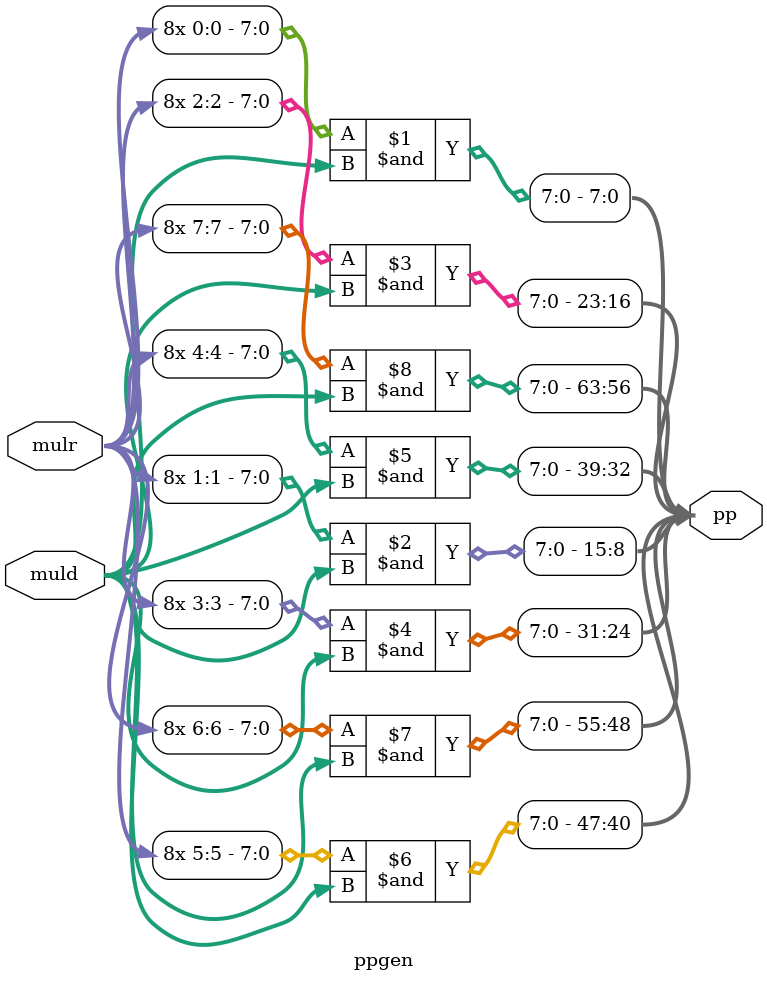
<source format=v>
module ppgen #(
    parameter DW = 8
)(
    input  [DW-1:0]    muld,
    input  [DW-1:0]    mulr,
    
    output [DW**2-1:0] pp
);

genvar i;
generate
    for (i = 0; i < DW; i++) begin
        assign pp[DW*i+:DW] = {DW{mulr[i]}} & muld[DW-1:0];
    end    
endgenerate

endmodule

</source>
